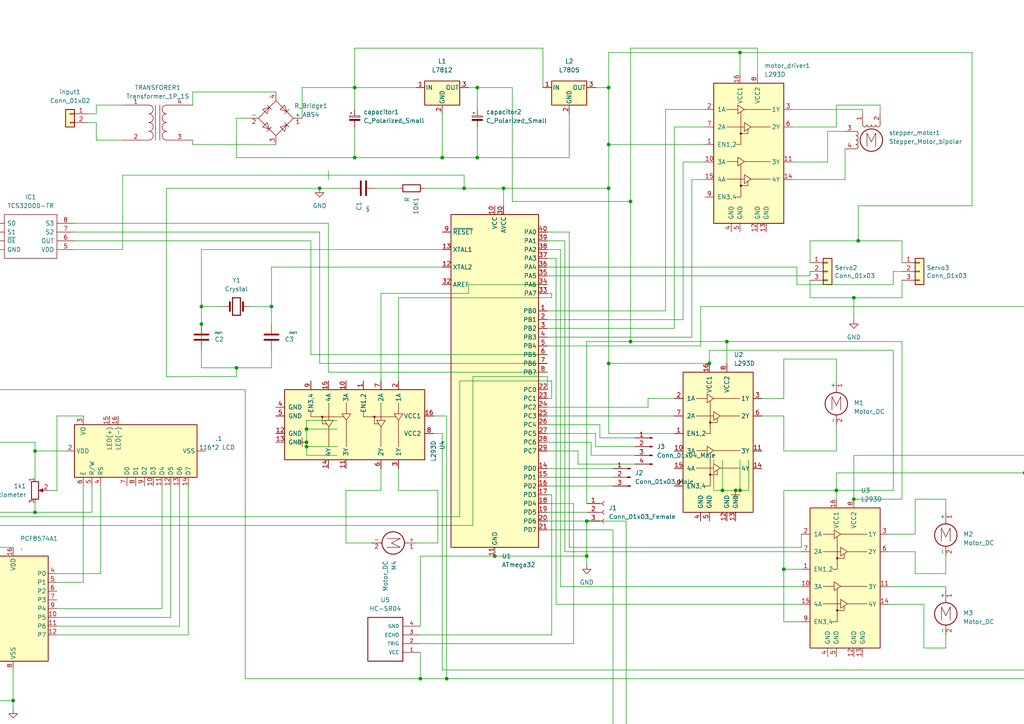
<source format=kicad_sch>
(kicad_sch (version 20211123) (generator eeschema)
  (paper "A4")
  (lib_symbols
    (symbol "Connector:Conn_01x03_Female" (pin_names (offset 1.016) hide)
      (property "Reference" "J" (at 0 5.08 0))
      (property "Value" "Conn_01x03_Female" (at 0 -5.08 0))
      (symbol "Conn_01x03_Female_1_1"
        (pin passive line (at -5.08 2.54 0) (length 3.81) (name "Pin_1") (number "1"))
        (pin passive line (at -5.08 0 0) (length 3.81) (name "Pin_2") (number "2"))
        (pin passive line (at -5.08 -2.54 0) (length 3.81) (name "Pin_3") (number "3"))
      )
    )
    (symbol "Connector:Conn_01x03_Male" (pin_names (offset 1.016) hide)
      (property "Reference" "J" (at 0 5.08 0))
      (property "Value" "Conn_01x03_Male" (at 0 -5.08 0))
      (symbol "Conn_01x03_Male_1_1"
        (pin passive line (at 5.08 2.54 180) (length 3.81) (name "Pin_1") (number "1"))
        (pin passive line (at 5.08 0 180) (length 3.81) (name "Pin_2") (number "2"))
        (pin passive line (at 5.08 -2.54 180) (length 3.81) (name "Pin_3") (number "3"))
      )
    )
    (symbol "Connector:Conn_01x04_Male" (pin_names (offset 1.016) hide)
      (property "Reference" "J" (at 0 5.08 0))
      (property "Value" "Conn_01x04_Male" (at 0 -7.62 0))
      (symbol "Conn_01x04_Male_1_1"
        (pin passive line (at 5.08 2.54 180) (length 3.81) (name "Pin_1") (number "1"))
        (pin passive line (at 5.08 0 180) (length 3.81) (name "Pin_2") (number "2"))
        (pin passive line (at 5.08 -2.54 180) (length 3.81) (name "Pin_3") (number "3"))
        (pin passive line (at 5.08 -5.08 180) (length 3.81) (name "Pin_4") (number "4"))
      )
    )
    (symbol "Connector_Generic:Conn_01x02" (pin_names (offset 1.016) hide)
      (property "Reference" "J" (at 0 2.54 0))
      (property "Value" "Conn_01x02" (at 0 -5.08 0))
      (symbol "Conn_01x02_1_1"
        (pin passive line (at -5.08 0 0) (length 3.81) (name "Pin_1") (number "1"))
        (pin passive line (at -5.08 -2.54 0) (length 3.81) (name "Pin_2") (number "2"))
      )
    )
    (symbol "Connector_Generic:Conn_01x03" (pin_names (offset 1.016) hide)
      (property "Reference" "J" (at 0 5.08 0))
      (property "Value" "Conn_01x03" (at 0 -5.08 0))
      (symbol "Conn_01x03_1_1"
        (pin passive line (at -5.08 2.54 0) (length 3.81) (name "Pin_1") (number "1"))
        (pin passive line (at -5.08 0 0) (length 3.81) (name "Pin_2") (number "2"))
        (pin passive line (at -5.08 -2.54 0) (length 3.81) (name "Pin_3") (number "3"))
      )
    )
    (symbol "Device:Buzzer" (pin_names (offset 0.0254) hide)
      (property "Reference" "BZ" (at 3.81 1.27 0))
      (property "Value" "Buzzer" (at 3.81 -1.27 0))
      (symbol "Buzzer_1_1"
        (pin passive line (at -2.54 2.54 0) (length 2.54) (name "-") (number "1"))
        (pin passive line (at -2.54 -2.54 0) (length 2.54) (name "+") (number "2"))
      )
    )
    (symbol "Device:C" (pin_numbers hide) (pin_names (offset 0.254))
      (property "Reference" "C" (at 0.635 2.54 0))
      (property "Value" "C" (at 0.635 -2.54 0))
      (symbol "C_1_1"
        (pin passive line (at 0 3.81 270) (length 2.794) (name "~") (number "1"))
        (pin passive line (at 0 -3.81 90) (length 2.794) (name "~") (number "2"))
      )
    )
    (symbol "Device:C_Polarized_Small" (pin_numbers hide) (pin_names (offset 0.254) hide)
      (property "Reference" "C" (at 0.254 1.778 0))
      (property "Value" "C_Polarized_Small" (at 0.254 -2.032 0))
      (symbol "C_Polarized_Small_1_1"
        (pin passive line (at 0 2.54 270) (length 1.8542) (name "~") (number "1"))
        (pin passive line (at 0 -2.54 90) (length 1.8542) (name "~") (number "2"))
      )
    )
    (symbol "Device:Crystal" (pin_numbers hide) (pin_names (offset 1.016) hide)
      (property "Reference" "Y" (at 0 3.81 0))
      (property "Value" "Crystal" (at 0 -3.81 0))
      (symbol "Crystal_1_1"
        (pin passive line (at -3.81 0 0) (length 1.27) (name "1") (number "1"))
        (pin passive line (at 3.81 0 180) (length 1.27) (name "2") (number "2"))
      )
    )
    (symbol "Device:LED" (pin_numbers hide) (pin_names (offset 1.016) hide)
      (property "Reference" "D" (at 0 2.54 0))
      (property "Value" "LED" (at 0 -2.54 0))
      (symbol "LED_1_1"
        (pin passive line (at -3.81 0 0) (length 2.54) (name "K") (number "1"))
        (pin passive line (at 3.81 0 180) (length 2.54) (name "A") (number "2"))
      )
    )
    (symbol "Device:R" (pin_numbers hide) (pin_names (offset 0))
      (property "Reference" "R" (at 2.032 0 90))
      (property "Value" "R" (at 0 0 90))
      (symbol "R_1_1"
        (pin passive line (at 0 3.81 270) (length 1.27) (name "~") (number "1"))
        (pin passive line (at 0 -3.81 90) (length 1.27) (name "~") (number "2"))
      )
    )
    (symbol "Device:R_Potentiometer" (pin_names (offset 1.016) hide)
      (property "Reference" "RV" (at -4.445 0 90))
      (property "Value" "R_Potentiometer" (at -2.54 0 90))
      (symbol "R_Potentiometer_1_1"
        (pin passive line (at 0 3.81 270) (length 1.27) (name "1") (number "1"))
        (pin passive line (at 3.81 0 180) (length 1.27) (name "2") (number "2"))
        (pin passive line (at 0 -3.81 90) (length 1.27) (name "3") (number "3"))
      )
    )
    (symbol "Device:Transformer_1P_1S" (pin_names (offset 1.016) hide)
      (property "Reference" "T" (at 0 6.35 0))
      (property "Value" "Transformer_1P_1S" (at 0 -7.62 0))
      (symbol "Transformer_1P_1S_1_1"
        (pin passive line (at -10.16 5.08 0) (length 7.62) (name "AA") (number "1"))
        (pin passive line (at -10.16 -5.08 0) (length 7.62) (name "AB") (number "2"))
        (pin passive line (at 10.16 -5.08 180) (length 7.62) (name "SA") (number "3"))
        (pin passive line (at 10.16 5.08 180) (length 7.62) (name "SB") (number "4"))
      )
    )
    (symbol "Diode_Bridge:ABS4" (pin_names (offset 0))
      (property "Reference" "D" (at 2.54 6.985 0))
      (property "Value" "ABS4" (at 2.54 5.08 0))
      (symbol "ABS4_1_1"
        (pin passive line (at 7.62 0 180) (length 2.54) (name "+") (number "1"))
        (pin passive line (at -7.62 0 0) (length 2.54) (name "-") (number "2"))
        (pin passive line (at 0 -7.62 90) (length 2.54) (name "~") (number "3"))
        (pin passive line (at 0 7.62 270) (length 2.54) (name "~") (number "4"))
      )
    )
    (symbol "Display_Character:WC1602A"
      (property "Reference" "DS" (at -5.842 19.05 0))
      (property "Value" "WC1602A" (at 5.334 19.05 0))
      (symbol "WC1602A_1_1"
        (pin power_in line (at 0 -20.32 90) (length 2.54) (name "VSS") (number "1"))
        (pin input line (at -10.16 -5.08 0) (length 2.54) (name "D3") (number "10"))
        (pin input line (at -10.16 -7.62 0) (length 2.54) (name "D4") (number "11"))
        (pin input line (at -10.16 -10.16 0) (length 2.54) (name "D5") (number "12"))
        (pin input line (at -10.16 -12.7 0) (length 2.54) (name "D6") (number "13"))
        (pin input line (at -10.16 -15.24 0) (length 2.54) (name "D7") (number "14"))
        (pin power_in line (at 10.16 7.62 180) (length 2.54) (name "LED(+)") (number "15"))
        (pin power_in line (at 10.16 5.08 180) (length 2.54) (name "LED(-)") (number "16"))
        (pin power_in line (at 0 20.32 270) (length 2.54) (name "VDD") (number "2"))
        (pin input line (at 10.16 15.24 180) (length 2.54) (name "VO") (number "3"))
        (pin input line (at -10.16 10.16 0) (length 2.54) (name "RS") (number "4"))
        (pin input line (at -10.16 12.7 0) (length 2.54) (name "R/W") (number "5"))
        (pin input line (at -10.16 15.24 0) (length 2.54) (name "E") (number "6"))
        (pin input line (at -10.16 2.54 0) (length 2.54) (name "D0") (number "7"))
        (pin input line (at -10.16 0 0) (length 2.54) (name "D1") (number "8"))
        (pin input line (at -10.16 -2.54 0) (length 2.54) (name "D2") (number "9"))
      )
    )
    (symbol "Driver_Motor:L293D" (pin_names (offset 1.016))
      (property "Reference" "U" (at -5.08 26.035 0))
      (property "Value" "L293D" (at -5.08 24.13 0))
      (symbol "L293D_1_1"
        (pin input line (at -12.7 5.08 0) (length 2.54) (name "EN1,2") (number "1"))
        (pin input line (at -12.7 0 0) (length 2.54) (name "3A") (number "10"))
        (pin output line (at 12.7 0 180) (length 2.54) (name "3Y") (number "11"))
        (pin power_in line (at 2.54 -20.32 90) (length 2.54) (name "GND") (number "12"))
        (pin power_in line (at 5.08 -20.32 90) (length 2.54) (name "GND") (number "13"))
        (pin output line (at 12.7 -5.08 180) (length 2.54) (name "4Y") (number "14"))
        (pin input line (at -12.7 -5.08 0) (length 2.54) (name "4A") (number "15"))
        (pin power_in line (at -2.54 25.4 270) (length 2.54) (name "VCC1") (number "16"))
        (pin input line (at -12.7 15.24 0) (length 2.54) (name "1A") (number "2"))
        (pin output line (at 12.7 15.24 180) (length 2.54) (name "1Y") (number "3"))
        (pin power_in line (at -5.08 -20.32 90) (length 2.54) (name "GND") (number "4"))
        (pin power_in line (at -2.54 -20.32 90) (length 2.54) (name "GND") (number "5"))
        (pin output line (at 12.7 10.16 180) (length 2.54) (name "2Y") (number "6"))
        (pin input line (at -12.7 10.16 0) (length 2.54) (name "2A") (number "7"))
        (pin power_in line (at 2.54 25.4 270) (length 2.54) (name "VCC2") (number "8"))
        (pin input line (at -12.7 -10.16 0) (length 2.54) (name "EN3,4") (number "9"))
      )
    )
    (symbol "HC-SR04:HC-SR04" (pin_names (offset 1.016))
      (property "Reference" "U" (at 0 5.08 0))
      (property "Value" "HC-SR04" (at 0 -10.16 0))
      (symbol "HC-SR04_0_0"
        (pin power_in line (at -5.08 2.54 0) (length 5.08) (name "VCC") (number "1"))
        (pin bidirectional line (at -5.08 0 0) (length 5.08) (name "TRIG") (number "2"))
        (pin bidirectional line (at -5.08 -2.54 0) (length 5.08) (name "ECHO") (number "3"))
        (pin power_in line (at -5.08 -5.08 0) (length 5.08) (name "GND") (number "4"))
      )
    )
    (symbol "Interface_Expansion:PCF8574A"
      (property "Reference" "U" (at -8.89 16.51 0))
      (property "Value" "PCF8574A" (at 2.54 16.51 0))
      (symbol "PCF8574A_1_1"
        (pin input line (at -12.7 2.54 0) (length 2.54) (name "A0") (number "1"))
        (pin bidirectional line (at 12.7 -2.54 180) (length 2.54) (name "P5") (number "10"))
        (pin bidirectional line (at 12.7 -5.08 180) (length 2.54) (name "P6") (number "11"))
        (pin bidirectional line (at 12.7 -7.62 180) (length 2.54) (name "P7") (number "12"))
        (pin open_collector output_low (at -12.7 -10.16 0) (length 2.54) (name "~{INT}") (number "13"))
        (pin input line (at -12.7 10.16 0) (length 2.54) (name "SCL") (number "14"))
        (pin bidirectional line (at -12.7 7.62 0) (length 2.54) (name "SDA") (number "15"))
        (pin power_in line (at 0 17.78 270) (length 2.54) (name "VDD") (number "16"))
        (pin input line (at -12.7 0 0) (length 2.54) (name "A1") (number "2"))
        (pin input line (at -12.7 -2.54 0) (length 2.54) (name "A2") (number "3"))
        (pin bidirectional line (at 12.7 10.16 180) (length 2.54) (name "P0") (number "4"))
        (pin bidirectional line (at 12.7 7.62 180) (length 2.54) (name "P1") (number "5"))
        (pin bidirectional line (at 12.7 5.08 180) (length 2.54) (name "P2") (number "6"))
        (pin bidirectional line (at 12.7 2.54 180) (length 2.54) (name "P3") (number "7"))
        (pin power_in line (at 0 -17.78 90) (length 2.54) (name "VSS") (number "8"))
        (pin bidirectional line (at 12.7 0 180) (length 2.54) (name "P4") (number "9"))
      )
    )
    (symbol "MCU_Microchip_ATmega:ATmega32-16P"
      (property "Reference" "U" (at -12.7 49.53 0))
      (property "Value" "ATmega32-16P" (at 2.54 -49.53 0))
      (symbol "ATmega32-16P_1_1"
        (pin bidirectional line (at 15.24 20.32 180) (length 2.54) (name "PB0") (number "1"))
        (pin power_in line (at 0 50.8 270) (length 2.54) (name "VCC") (number "10"))
        (pin power_in line (at 0 -50.8 90) (length 2.54) (name "GND") (number "11"))
        (pin output line (at -15.24 33.02 0) (length 2.54) (name "XTAL2") (number "12"))
        (pin input line (at -15.24 38.1 0) (length 2.54) (name "XTAL1") (number "13"))
        (pin bidirectional line (at 15.24 -25.4 180) (length 2.54) (name "PD0") (number "14"))
        (pin bidirectional line (at 15.24 -27.94 180) (length 2.54) (name "PD1") (number "15"))
        (pin bidirectional line (at 15.24 -30.48 180) (length 2.54) (name "PD2") (number "16"))
        (pin bidirectional line (at 15.24 -33.02 180) (length 2.54) (name "PD3") (number "17"))
        (pin bidirectional line (at 15.24 -35.56 180) (length 2.54) (name "PD4") (number "18"))
        (pin bidirectional line (at 15.24 -38.1 180) (length 2.54) (name "PD5") (number "19"))
        (pin bidirectional line (at 15.24 17.78 180) (length 2.54) (name "PB1") (number "2"))
        (pin bidirectional line (at 15.24 -40.64 180) (length 2.54) (name "PD6") (number "20"))
        (pin bidirectional line (at 15.24 -43.18 180) (length 2.54) (name "PD7") (number "21"))
        (pin bidirectional line (at 15.24 -2.54 180) (length 2.54) (name "PC0") (number "22"))
        (pin bidirectional line (at 15.24 -5.08 180) (length 2.54) (name "PC1") (number "23"))
        (pin bidirectional line (at 15.24 -7.62 180) (length 2.54) (name "PC2") (number "24"))
        (pin bidirectional line (at 15.24 -10.16 180) (length 2.54) (name "PC3") (number "25"))
        (pin bidirectional line (at 15.24 -12.7 180) (length 2.54) (name "PC4") (number "26"))
        (pin bidirectional line (at 15.24 -15.24 180) (length 2.54) (name "PC5") (number "27"))
        (pin bidirectional line (at 15.24 -17.78 180) (length 2.54) (name "PC6") (number "28"))
        (pin bidirectional line (at 15.24 -20.32 180) (length 2.54) (name "PC7") (number "29"))
        (pin bidirectional line (at 15.24 15.24 180) (length 2.54) (name "PB2") (number "3"))
        (pin power_in line (at 2.54 50.8 270) (length 2.54) (name "AVCC") (number "30"))
        (pin passive line (at 0 -50.8 90) (length 2.54) hide (name "GND") (number "31"))
        (pin passive line (at -15.24 27.94 0) (length 2.54) (name "AREF") (number "32"))
        (pin bidirectional line (at 15.24 25.4 180) (length 2.54) (name "PA7") (number "33"))
        (pin bidirectional line (at 15.24 27.94 180) (length 2.54) (name "PA6") (number "34"))
        (pin bidirectional line (at 15.24 30.48 180) (length 2.54) (name "PA5") (number "35"))
        (pin bidirectional line (at 15.24 33.02 180) (length 2.54) (name "PA4") (number "36"))
        (pin bidirectional line (at 15.24 35.56 180) (length 2.54) (name "PA3") (number "37"))
        (pin bidirectional line (at 15.24 38.1 180) (length 2.54) (name "PA2") (number "38"))
        (pin bidirectional line (at 15.24 40.64 180) (length 2.54) (name "PA1") (number "39"))
        (pin bidirectional line (at 15.24 12.7 180) (length 2.54) (name "PB3") (number "4"))
        (pin bidirectional line (at 15.24 43.18 180) (length 2.54) (name "PA0") (number "40"))
        (pin bidirectional line (at 15.24 10.16 180) (length 2.54) (name "PB4") (number "5"))
        (pin bidirectional line (at 15.24 7.62 180) (length 2.54) (name "PB5") (number "6"))
        (pin bidirectional line (at 15.24 5.08 180) (length 2.54) (name "PB6") (number "7"))
        (pin bidirectional line (at 15.24 2.54 180) (length 2.54) (name "PB7") (number "8"))
        (pin input line (at -15.24 43.18 0) (length 2.54) (name "~{RESET}") (number "9"))
      )
    )
    (symbol "Motor:Motor_DC" (pin_names (offset 0))
      (property "Reference" "M" (at 2.54 2.54 0))
      (property "Value" "Motor_DC" (at 2.54 -5.08 0))
      (symbol "Motor_DC_1_1"
        (pin passive line (at 0 5.08 270) (length 2.54) (name "+") (number "1"))
        (pin passive line (at 0 -7.62 90) (length 2.54) (name "-") (number "2"))
      )
    )
    (symbol "Motor:Stepper_Motor_bipolar" (pin_names (offset 0) hide)
      (property "Reference" "M" (at 3.81 2.54 0))
      (property "Value" "Stepper_Motor_bipolar" (at 3.81 1.27 0))
      (symbol "Stepper_Motor_bipolar_1_1"
        (pin passive line (at -2.54 7.62 270) (length 2.54) (name "~") (number "1"))
        (pin passive line (at 2.54 7.62 270) (length 2.54) (name "-") (number "2"))
        (pin passive line (at -7.62 2.54 0) (length 2.54) (name "~") (number "3"))
        (pin passive line (at -7.62 -2.54 0) (length 2.54) (name "~") (number "4"))
      )
    )
    (symbol "Regulator_Linear:L7805" (pin_names (offset 0.254))
      (property "Reference" "U" (at -3.81 3.175 0))
      (property "Value" "L7805" (at 0 3.175 0))
      (symbol "L7805_1_1"
        (pin power_in line (at -7.62 0 0) (length 2.54) (name "IN") (number "1"))
        (pin power_in line (at 0 -7.62 90) (length 2.54) (name "GND") (number "2"))
        (pin power_out line (at 7.62 0 180) (length 2.54) (name "OUT") (number "3"))
      )
    )
    (symbol "Regulator_Linear:L7812" (pin_names (offset 0.254))
      (property "Reference" "U" (at -3.81 3.175 0))
      (property "Value" "L7812" (at 0 3.175 0))
      (symbol "L7812_1_1"
        (pin power_in line (at -7.62 0 0) (length 2.54) (name "IN") (number "1"))
        (pin power_in line (at 0 -7.62 90) (length 2.54) (name "GND") (number "2"))
        (pin power_out line (at 7.62 0 180) (length 2.54) (name "OUT") (number "3"))
      )
    )
    (symbol "TCS3200D-TR:TCS3200D-TR" (pin_names (offset 0.762))
      (property "Reference" "IC" (at 21.59 7.62 0))
      (property "Value" "TCS3200D-TR" (at 21.59 5.08 0))
      (symbol "TCS3200D-TR_0_0"
        (pin passive line (at 0 0 0) (length 5.08) (name "S0") (number "1"))
        (pin passive line (at 0 -2.54 0) (length 5.08) (name "S1") (number "2"))
        (pin passive line (at 0 -5.08 0) (length 5.08) (name "~{OE}") (number "3"))
        (pin passive line (at 0 -7.62 0) (length 5.08) (name "GND") (number "4"))
        (pin passive line (at 25.4 -7.62 180) (length 5.08) (name "VDD") (number "5"))
        (pin passive line (at 25.4 -5.08 180) (length 5.08) (name "OUT") (number "6"))
        (pin passive line (at 25.4 -2.54 180) (length 5.08) (name "S2") (number "7"))
        (pin passive line (at 25.4 0 180) (length 5.08) (name "S3") (number "8"))
      )
    )
    (symbol "Transistor_BJT:2N2219" (pin_names (offset 0) hide)
      (property "Reference" "Q" (at 5.08 1.905 0))
      (property "Value" "2N2219" (at 5.08 0 0))
      (symbol "2N2219_1_1"
        (pin passive line (at 2.54 -5.08 90) (length 2.54) (name "E") (number "1"))
        (pin passive line (at -5.08 0 0) (length 5.715) (name "B") (number "2"))
        (pin passive line (at 2.54 5.08 270) (length 2.54) (name "C") (number "3"))
      )
    )
    (symbol "power:Earth" (power) (pin_names (offset 0))
      (symbol "Earth_1_1"
        (pin power_in line (at 0 0 270) (length 0) hide (name "Earth") (number "1"))
      )
    )
    (symbol "power:GND" (power) (pin_names (offset 0))
      (property "Value" "GND" (at 0 -3.81 0))
      (symbol "GND_1_1"
        (pin power_in line (at 0 0 270) (length 0) hide (name "GND") (number "1"))
      )
    )
  )
  (junction (at 121.92 196.85))
  (junction (at 92.71 54.61))
  (junction (at 170.18 161.29))
  (junction (at -3.81 72.39))
  (junction (at 182.88 99.06))
  (junction (at 146.05 54.61))
  (junction (at 176.53 41.91))
  (junction (at 88.9 124.46))
  (junction (at 143.51 161.29))
  (junction (at -15.24 176.53))
  (junction (at 205.74 105.41))
  (junction (at 247.65 86.36))
  (junction (at 214.63 142.24))
  (junction (at 209.55 142.24))
  (junction (at 58.42 93.98))
  (junction (at 102.87 45.72))
  (junction (at 210.82 99.06))
  (junction (at 176.53 105.41))
  (junction (at 129.54 196.85))
  (junction (at 331.47 87.63))
  (junction (at -15.24 203.2))
  (junction (at 176.53 25.4))
  (junction (at 102.87 25.4))
  (junction (at -10.16 128.27))
  (junction (at 88.9 128.27))
  (junction (at 248.92 69.85))
  (junction (at 227.33 165.1))
  (junction (at 10.16 148.59))
  (junction (at 68.58 106.68))
  (junction (at 182.88 58.42))
  (junction (at 138.43 25.4))
  (junction (at 58.42 88.9))
  (junction (at 176.53 54.61))
  (junction (at 134.62 54.61))
  (junction (at 323.85 60.96))
  (junction (at 3.81 203.2))
  (junction (at -15.24 179.07))
  (junction (at 349.25 49.53))
  (junction (at 297.18 137.16))
  (junction (at 318.77 16.51))
  (junction (at 88.9 129.54))
  (junction (at 138.43 45.72))
  (junction (at 214.63 15.24))
  (junction (at 247.65 144.78))
  (junction (at 170.18 151.13))
  (junction (at -10.16 148.59))
  (junction (at 242.57 142.24))
  (junction (at 213.36 142.24))
  (junction (at 78.74 88.9))
  (junction (at 10.16 130.81))
  (junction (at 128.27 45.72))
  (wire (pts (xy 265.43 160.02) (xy 265.43 166.37)))
  (wire (pts (xy 129.54 120.65) (xy 125.73 120.65)))
  (wire (pts (xy 58.42 101.6) (xy 58.42 106.68)))
  (wire (pts (xy 133.35 110.49) (xy 133.35 149.86)))
  (wire (pts (xy 143.51 161.29) (xy 170.18 161.29)))
  (wire (pts (xy 176.53 125.73) (xy 176.53 105.41)))
  (wire (pts (xy 318.77 16.51) (xy 318.77 34.29)))
  (wire (pts (xy 138.43 25.4) (xy 148.59 25.4)))
  (wire (pts (xy 102.87 45.72) (xy 128.27 45.72)))
  (wire (pts (xy 193.04 31.75) (xy 204.47 31.75)))
  (wire (pts (xy 54.61 140.97) (xy 54.61 184.15)))
  (wire (pts (xy 160.02 85.09) (xy 160.02 86.36)))
  (wire (pts (xy 217.17 142.24) (xy 214.63 142.24)))
  (wire (pts (xy 193.04 90.17) (xy 193.04 31.75)))
  (wire (pts (xy -15.24 203.2) (xy 3.81 203.2)))
  (wire (pts (xy 232.41 170.18) (xy 162.56 170.18)))
  (wire (pts (xy 133.35 149.86) (xy -22.86 149.86)))
  (wire (pts (xy 158.75 138.43) (xy 177.8 138.43)))
  (wire (pts (xy 257.81 154.94) (xy 265.43 154.94)))
  (wire (pts (xy 97.79 129.54) (xy 88.9 129.54)))
  (wire (pts (xy 318.77 49.53) (xy 349.25 49.53)))
  (wire (pts (xy 265.43 166.37) (xy 274.32 166.37)))
  (wire (pts (xy 200.66 52.07) (xy 200.66 97.79)))
  (wire (pts (xy 259.08 142.24) (xy 242.57 142.24)))
  (wire (pts (xy 110.49 85.09) (xy 110.49 110.49)))
  (wire (pts (xy 121.92 181.61) (xy 121.92 161.29)))
  (wire (pts (xy 158.75 100.33) (xy 203.2 100.33)))
  (wire (pts (xy 3.81 158.75) (xy -10.16 158.75)))
  (wire (pts (xy 128.27 194.31) (xy 128.27 125.73)))
  (wire (pts (xy 227.33 165.1) (xy 232.41 165.1)))
  (wire (pts (xy 123.19 54.61) (xy 134.62 54.61)))
  (wire (pts (xy 138.43 45.72) (xy 165.1 45.72)))
  (wire (pts (xy 10.16 130.81) (xy 19.05 130.81)))
  (wire (pts (xy 308.61 196.85) (xy 129.54 196.85)))
  (wire (pts (xy 187.96 118.11) (xy 187.96 115.57)))
  (wire (pts (xy 323.85 60.96) (xy 332.74 60.96)))
  (wire (pts (xy 137.16 152.4) (xy -20.32 152.4)))
  (wire (pts (xy 259.08 78.74) (xy 261.62 78.74)))
  (wire (pts (xy 95.25 52.07) (xy 95.25 49.53)))
  (wire (pts (xy 231.14 77.47) (xy 231.14 82.55)))
  (wire (pts (xy 88.9 121.92) (xy 88.9 124.46)))
  (wire (pts (xy 281.94 59.69) (xy 248.92 59.69)))
  (wire (pts (xy 227.33 142.24) (xy 227.33 165.1)))
  (wire (pts (xy 72.39 88.9) (xy 78.74 88.9)))
  (wire (pts (xy 16.51 120.65) (xy 16.51 142.24)))
  (wire (pts (xy 102.87 25.4) (xy 87.63 25.4)))
  (wire (pts (xy 234.95 76.2) (xy 234.95 69.85)))
  (wire (pts (xy 115.57 142.24) (xy 127 142.24)))
  (wire (pts (xy -22.86 149.86) (xy -22.86 168.91)))
  (wire (pts (xy 27.94 40.64) (xy 35.56 40.64)))
  (wire (pts (xy -3.81 72.39) (xy -34.29 72.39)))
  (wire (pts (xy 134.62 50.8) (xy 35.56 50.8)))
  (wire (pts (xy 134.62 54.61) (xy 134.62 50.8)))
  (wire (pts (xy -10.16 148.59) (xy -10.16 128.27)))
  (wire (pts (xy 97.79 132.08) (xy 88.9 132.08)))
  (wire (pts (xy 259.08 101.6) (xy 259.08 142.24)))
  (wire (pts (xy 16.51 168.91) (xy 24.13 168.91)))
  (wire (pts (xy 248.92 59.69) (xy 248.92 69.85)))
  (wire (pts (xy 158.75 120.65) (xy 195.58 120.65)))
  (wire (pts (xy 68.58 106.68) (xy 78.74 106.68)))
  (wire (pts (xy 97.79 124.46) (xy 88.9 124.46)))
  (wire (pts (xy 245.11 52.07) (xy 245.11 43.18)))
  (wire (pts (xy 250.19 31.75) (xy 250.19 33.02)))
  (wire (pts (xy 227.33 180.34) (xy 227.33 165.1)))
  (wire (pts (xy 100.33 142.24) (xy 100.33 157.48)))
  (wire (pts (xy 137.16 109.22) (xy 137.16 152.4)))
  (wire (pts (xy -3.81 64.77) (xy -45.72 64.77)))
  (wire (pts (xy 58.42 88.9) (xy 64.77 88.9)))
  (wire (pts (xy 158.75 102.87) (xy 90.17 102.87)))
  (wire (pts (xy 115.57 86.36) (xy 115.57 110.49)))
  (wire (pts (xy 162.56 72.39) (xy 158.75 72.39)))
  (wire (pts (xy 46.99 140.97) (xy 46.99 176.53)))
  (wire (pts (xy 165.1 33.02) (xy 165.1 45.72)))
  (wire (pts (xy 267.97 187.96) (xy 274.32 187.96)))
  (wire (pts (xy 209.55 142.24) (xy 213.36 142.24)))
  (wire (pts (xy 176.53 54.61) (xy 176.53 105.41)))
  (wire (pts (xy 163.83 69.85) (xy 158.75 69.85)))
  (wire (pts (xy -10.16 128.27) (xy 10.16 128.27)))
  (wire (pts (xy -15.24 176.53) (xy -8.89 176.53)))
  (wire (pts (xy 25.4 35.56) (xy 27.94 35.56)))
  (wire (pts (xy 323.85 72.39) (xy 323.85 60.96)))
  (wire (pts (xy 209.55 133.35) (xy 209.55 142.24)))
  (wire (pts (xy 318.77 16.51) (xy 349.25 16.51)))
  (wire (pts (xy 24.13 168.91) (xy 24.13 140.97)))
  (wire (pts (xy 167.64 134.62) (xy 184.15 134.62)))
  (wire (pts (xy -20.32 152.4) (xy -20.32 166.37)))
  (wire (pts (xy 97.79 121.92) (xy 88.9 121.92)))
  (wire (pts (xy 165.1 67.31) (xy 158.75 67.31)))
  (wire (pts (xy 162.56 170.18) (xy 162.56 72.39)))
  (wire (pts (xy 102.87 13.97) (xy 102.87 25.4)))
  (wire (pts (xy -15.24 179.07) (xy -8.89 179.07)))
  (wire (pts (xy 274.32 170.18) (xy 274.32 171.45)))
  (wire (pts (xy 78.74 88.9) (xy 78.74 77.47)))
  (wire (pts (xy 205.74 101.6) (xy 259.08 101.6)))
  (wire (pts (xy 182.88 58.42) (xy 182.88 13.97)))
  (wire (pts (xy -40.64 67.31) (xy -40.64 214.63)))
  (wire (pts (xy 58.42 88.9) (xy 58.42 93.98)))
  (wire (pts (xy 78.74 88.9) (xy 78.74 93.98)))
  (wire (pts (xy 205.74 105.41) (xy 205.74 101.6)))
  (wire (pts (xy 265.43 154.94) (xy 265.43 144.78)))
  (wire (pts (xy 182.88 13.97) (xy 219.71 13.97)))
  (wire (pts (xy 261.62 86.36) (xy 261.62 81.28)))
  (wire (pts (xy 255.27 30.48) (xy 255.27 33.02)))
  (wire (pts (xy 58.42 100.33) (xy 58.42 93.98)))
  (wire (pts (xy 68.58 45.72) (xy 102.87 45.72)))
  (wire (pts (xy 176.53 41.91) (xy 176.53 54.61)))
  (wire (pts (xy 25.4 33.02) (xy 27.94 33.02)))
  (wire (pts (xy 158.75 140.97) (xy 177.8 140.97)))
  (wire (pts (xy 158.75 143.51) (xy 160.02 143.51)))
  (wire (pts (xy 90.17 102.87) (xy 90.17 69.85)))
  (wire (pts (xy 227.33 130.81) (xy 242.57 130.81)))
  (wire (pts (xy 274.32 187.96) (xy 274.32 184.15)))
  (wire (pts (xy 181.61 151.13) (xy 170.18 151.13)))
  (wire (pts (xy 171.45 128.27) (xy 171.45 132.08)))
  (wire (pts (xy 257.81 175.26) (xy 267.97 175.26)))
  (wire (pts (xy 308.61 137.16) (xy 308.61 196.85)))
  (wire (pts (xy 95.25 107.95) (xy 95.25 64.77)))
  (wire (pts (xy 158.75 130.81) (xy 167.64 130.81)))
  (wire (pts (xy 158.75 105.41) (xy 92.71 105.41)))
  (wire (pts (xy 304.8 194.31) (xy 128.27 194.31)))
  (wire (pts (xy 274.32 144.78) (xy 274.32 148.59)))
  (wire (pts (xy 68.58 109.22) (xy 48.26 109.22)))
  (wire (pts (xy -15.24 176.53) (xy -15.24 179.07)))
  (wire (pts (xy 170.18 151.13) (xy 170.18 161.29)))
  (wire (pts (xy 261.62 144.78) (xy 247.65 144.78)))
  (wire (pts (xy 229.87 31.75) (xy 250.19 31.75)))
  (wire (pts (xy 55.88 26.67) (xy 80.01 26.67)))
  (wire (pts (xy 157.48 25.4) (xy 157.48 13.97)))
  (wire (pts (xy 87.63 25.4) (xy 87.63 34.29)))
  (wire (pts (xy 203.2 88.9) (xy 302.26 88.9)))
  (wire (pts (xy 158.75 115.57) (xy 160.02 115.57)))
  (wire (pts (xy 107.95 157.48) (xy 100.33 157.48)))
  (wire (pts (xy 158.75 125.73) (xy 172.72 125.73)))
  (wire (pts (xy -45.72 220.98) (xy 181.61 220.98)))
  (wire (pts (xy 92.71 67.31) (xy 21.59 67.31)))
  (wire (pts (xy 248.92 69.85) (xy 261.62 69.85)))
  (wire (pts (xy 297.18 16.51) (xy 318.77 16.51)))
  (wire (pts (xy 240.03 38.1) (xy 245.11 38.1)))
  (wire (pts (xy -10.16 113.03) (xy -10.16 128.27)))
  (wire (pts (xy 163.83 160.02) (xy 163.83 69.85)))
  (wire (pts (xy 261.62 99.06) (xy 261.62 144.78)))
  (wire (pts (xy 128.27 45.72) (xy 138.43 45.72)))
  (wire (pts (xy 68.58 45.72) (xy 68.58 34.29)))
  (wire (pts (xy 182.88 99.06) (xy 210.82 99.06)))
  (wire (pts (xy -15.24 173.99) (xy -15.24 176.53)))
  (wire (pts (xy 121.92 184.15) (xy 160.02 184.15)))
  (wire (pts (xy 265.43 144.78) (xy 274.32 144.78)))
  (wire (pts (xy 71.12 196.85) (xy 71.12 113.03)))
  (wire (pts (xy 200.66 97.79) (xy 158.75 97.79)))
  (wire (pts (xy 92.71 105.41) (xy 92.71 67.31)))
  (wire (pts (xy 257.81 160.02) (xy 265.43 160.02)))
  (wire (pts (xy 158.75 92.71) (xy 198.12 92.71)))
  (wire (pts (xy -22.86 168.91) (xy -8.89 168.91)))
  (wire (pts (xy -34.29 72.39) (xy -34.29 203.2)))
  (wire (pts (xy 158.75 118.11) (xy 187.96 118.11)))
  (wire (pts (xy 29.21 166.37) (xy 29.21 140.97)))
  (wire (pts (xy 27.94 35.56) (xy 27.94 40.64)))
  (wire (pts (xy 242.57 137.16) (xy 297.18 137.16)))
  (wire (pts (xy 135.89 82.55) (xy 135.89 85.09)))
  (wire (pts (xy 95.25 64.77) (xy 21.59 64.77)))
  (wire (pts (xy 242.57 30.48) (xy 255.27 30.48)))
  (wire (pts (xy 46.99 176.53) (xy 16.51 176.53)))
  (wire (pts (xy 242.57 142.24) (xy 227.33 142.24)))
  (wire (pts (xy 173.99 127) (xy 184.15 127)))
  (wire (pts (xy 138.43 25.4) (xy 138.43 31.75)))
  (wire (pts (xy 204.47 46.99) (xy 198.12 46.99)))
  (wire (pts (xy 302.26 88.9) (xy 302.26 78.74)))
  (wire (pts (xy 146.05 54.61) (xy 146.05 59.69)))
  (wire (pts (xy 161.29 175.26) (xy 232.41 175.26)))
  (wire (pts (xy 323.85 87.63) (xy 323.85 80.01)))
  (wire (pts (xy -15.24 179.07) (xy -15.24 203.2)))
  (wire (pts (xy 267.97 175.26) (xy 267.97 187.96)))
  (wire (pts (xy 90.17 69.85) (xy 21.59 69.85)))
  (wire (pts (xy 128.27 33.02) (xy 128.27 45.72)))
  (wire (pts (xy 170.18 161.29) (xy 170.18 163.83)))
  (wire (pts (xy 88.9 124.46) (xy 88.9 128.27)))
  (wire (pts (xy 160.02 143.51) (xy 160.02 184.15)))
  (wire (pts (xy 170.18 151.13) (xy 158.75 151.13)))
  (wire (pts (xy 227.33 115.57) (xy 227.33 104.14)))
  (wire (pts (xy 52.07 181.61) (xy 52.07 140.97)))
  (wire (pts (xy 158.75 107.95) (xy 95.25 107.95)))
  (wire (pts (xy 158.75 146.05) (xy 166.37 146.05)))
  (wire (pts (xy 247.65 144.78) (xy 247.65 132.08)))
  (wire (pts (xy 10.16 130.81) (xy 10.16 138.43)))
  (wire (pts (xy -3.81 69.85) (xy -3.81 72.39)))
  (wire (pts (xy 166.37 186.69) (xy 166.37 146.05)))
  (wire (pts (xy 240.03 46.99) (xy 240.03 38.1)))
  (wire (pts (xy 92.71 54.61) (xy 101.6 54.61)))
  (wire (pts (xy 229.87 46.99) (xy 240.03 46.99)))
  (wire (pts (xy 115.57 135.89) (xy 115.57 142.24)))
  (wire (pts (xy 48.26 109.22) (xy 48.26 54.61)))
  (wire (pts (xy 165.1 158.75) (xy 165.1 67.31)))
  (wire (pts (xy 135.89 85.09) (xy 110.49 85.09)))
  (wire (pts (xy 313.69 60.96) (xy 323.85 60.96)))
  (wire (pts (xy 182.88 99.06) (xy 170.18 99.06)))
  (wire (pts (xy 3.81 194.31) (xy 3.81 203.2)))
  (wire (pts (xy 158.75 90.17) (xy 193.04 90.17)))
  (wire (pts (xy 55.88 30.48) (xy 55.88 26.67)))
  (wire (pts (xy 340.36 66.04) (xy 340.36 87.63)))
  (wire (pts (xy 58.42 88.9) (xy 58.42 72.39)))
  (wire (pts (xy 234.95 81.28) (xy 234.95 86.36)))
  (wire (pts (xy 210.82 99.06) (xy 210.82 105.41)))
  (wire (pts (xy -10.16 148.59) (xy 10.16 148.59)))
  (wire (pts (xy 350.52 49.53) (xy 349.25 49.53)))
  (wire (pts (xy 161.29 175.26) (xy 161.29 74.93)))
  (wire (pts (xy 232.41 180.34) (xy 227.33 180.34)))
  (wire (pts (xy 88.9 129.54) (xy 88.9 128.27)))
  (wire (pts (xy 171.45 132.08) (xy 184.15 132.08)))
  (wire (pts (xy 176.53 25.4) (xy 176.53 15.24)))
  (wire (pts (xy 229.87 36.83) (xy 242.57 36.83)))
  (wire (pts (xy 127 157.48) (xy 120.65 157.48)))
  (wire (pts (xy 207.01 142.24) (xy 209.55 142.24)))
  (wire (pts (xy 16.51 166.37) (xy 29.21 166.37)))
  (wire (pts (xy 160.02 110.49) (xy 133.35 110.49)))
  (wire (pts (xy -34.29 203.2) (xy -15.24 203.2)))
  (wire (pts (xy 231.14 82.55) (xy 259.08 82.55)))
  (wire (pts (xy 204.47 52.07) (xy 200.66 52.07)))
  (wire (pts (xy 27.94 33.02) (xy 27.94 30.48)))
  (wire (pts (xy 158.75 148.59) (xy 170.18 148.59)))
  (wire (pts (xy 214.63 133.35) (xy 214.63 142.24)))
  (wire (pts (xy 158.75 85.09) (xy 160.02 85.09)))
  (wire (pts (xy 242.57 142.24) (xy 242.57 144.78)))
  (wire (pts (xy 135.89 25.4) (xy 138.43 25.4)))
  (wire (pts (xy 68.58 106.68) (xy 68.58 109.22)))
  (wire (pts (xy 210.82 99.06) (xy 261.62 99.06)))
  (wire (pts (xy 24.13 120.65) (xy 16.51 120.65)))
  (wire (pts (xy 229.87 52.07) (xy 245.11 52.07)))
  (wire (pts (xy 134.62 54.61) (xy 146.05 54.61)))
  (wire (pts (xy 129.54 196.85) (xy 129.54 120.65)))
  (wire (pts (xy 10.16 128.27) (xy 10.16 130.81)))
  (wire (pts (xy 3.81 203.2) (xy 3.81 205.74)))
  (wire (pts (xy 219.71 13.97) (xy 219.71 21.59)))
  (wire (pts (xy 242.57 104.14) (xy 242.57 110.49)))
  (wire (pts (xy 78.74 77.47) (xy 128.27 77.47)))
  (wire (pts (xy 340.36 54.61) (xy 349.25 54.61)))
  (wire (pts (xy 318.77 41.91) (xy 318.77 49.53)))
  (wire (pts (xy 187.96 115.57) (xy 195.58 115.57)))
  (wire (pts (xy 234.95 86.36) (xy 247.65 86.36)))
  (wire (pts (xy 172.72 25.4) (xy 176.53 25.4)))
  (wire (pts (xy 35.56 50.8) (xy 35.56 72.39)))
  (wire (pts (xy 71.12 113.03) (xy -10.16 113.03)))
  (wire (pts (xy 173.99 123.19) (xy 173.99 127)))
  (wire (pts (xy 68.58 34.29) (xy 72.39 34.29)))
  (wire (pts (xy 331.47 87.63) (xy 331.47 93.98)))
  (wire (pts (xy 182.88 58.42) (xy 182.88 99.06)))
  (wire (pts (xy 27.94 30.48) (xy 35.56 30.48)))
  (wire (pts (xy 331.47 87.63) (xy 323.85 87.63)))
  (wire (pts (xy 214.63 15.24) (xy 214.63 21.59)))
  (wire (pts (xy 35.56 72.39) (xy 21.59 72.39)))
  (wire (pts (xy 121.92 189.23) (xy 121.92 196.85)))
  (wire (pts (xy 257.81 170.18) (xy 274.32 170.18)))
  (wire (pts (xy 58.42 72.39) (xy 128.27 72.39)))
  (wire (pts (xy 158.75 113.03) (xy 158.75 109.22)))
  (wire (pts (xy 121.92 186.69) (xy 166.37 186.69)))
  (wire (pts (xy 220.98 115.57) (xy 227.33 115.57)))
  (wire (pts (xy 297.18 137.16) (xy 308.61 137.16)))
  (wire (pts (xy 177.8 214.63) (xy 177.8 153.67)))
  (wire (pts (xy 232.41 158.75) (xy 165.1 158.75)))
  (wire (pts (xy 242.57 123.19) (xy 242.57 130.81)))
  (wire (pts (xy 16.51 142.24) (xy 13.97 142.24)))
  (wire (pts (xy 176.53 105.41) (xy 205.74 105.41)))
  (wire (pts (xy 247.65 132.08) (xy 304.8 132.08)))
  (wire (pts (xy 172.72 125.73) (xy 172.72 129.54)))
  (wire (pts (xy 55.88 41.91) (xy 55.88 40.64)))
  (wire (pts (xy -45.72 64.77) (xy -45.72 220.98)))
  (wire (pts (xy 160.02 115.57) (xy 160.02 110.49)))
  (wire (pts (xy 234.95 69.85) (xy 248.92 69.85)))
  (wire (pts (xy 207.01 133.35) (xy 207.01 142.24)))
  (wire (pts (xy 176.53 41.91) (xy 204.47 41.91)))
  (wire (pts (xy 121.92 196.85) (xy 129.54 196.85)))
  (wire (pts (xy 110.49 135.89) (xy 110.49 142.24)))
  (wire (pts (xy 58.42 106.68) (xy 68.58 106.68)))
  (wire (pts (xy 302.26 60.96) (xy 302.26 71.12)))
  (wire (pts (xy 121.92 161.29) (xy 143.51 161.29)))
  (wire (pts (xy 232.41 154.94) (xy 232.41 158.75)))
  (wire (pts (xy 234.95 80.01) (xy 234.95 78.74)))
  (wire (pts (xy 48.26 54.61) (xy 92.71 54.61)))
  (wire (pts (xy 10.16 146.05) (xy 10.16 148.59)))
  (wire (pts (xy 102.87 31.75) (xy 102.87 25.4)))
  (wire (pts (xy 176.53 125.73) (xy 195.58 125.73)))
  (wire (pts (xy 195.58 95.25) (xy 195.58 36.83)))
  (wire (pts (xy 214.63 15.24) (xy 281.94 15.24)))
  (wire (pts (xy -3.81 67.31) (xy -40.64 67.31)))
  (wire (pts (xy 304.8 132.08) (xy 304.8 194.31)))
  (wire (pts (xy 158.75 77.47) (xy 231.14 77.47)))
  (wire (pts (xy 49.53 140.97) (xy 49.53 179.07)))
  (wire (pts (xy 203.2 100.33) (xy 203.2 88.9)))
  (wire (pts (xy 297.18 137.16) (xy 297.18 16.51)))
  (wire (pts (xy 160.02 86.36) (xy 115.57 86.36)))
  (wire (pts (xy 306.07 60.96) (xy 302.26 60.96)))
  (wire (pts (xy 127 142.24) (xy 127 157.48)))
  (wire (pts (xy 247.65 86.36) (xy 247.65 92.71)))
  (wire (pts (xy 158.75 109.22) (xy 137.16 109.22)))
  (wire (pts (xy 220.98 120.65) (xy 227.33 120.65)))
  (wire (pts (xy 247.65 86.36) (xy 261.62 86.36)))
  (wire (pts (xy 158.75 135.89) (xy 177.8 135.89)))
  (wire (pts (xy 125.73 125.73) (xy 128.27 125.73)))
  (wire (pts (xy 109.22 54.61) (xy 115.57 54.61)))
  (wire (pts (xy 177.8 153.67) (xy 158.75 153.67)))
  (wire (pts (xy 232.41 160.02) (xy 163.83 160.02)))
  (wire (pts (xy 242.57 36.83) (xy 242.57 30.48)))
  (wire (pts (xy 71.12 196.85) (xy 121.92 196.85)))
  (wire (pts (xy 88.9 132.08) (xy 88.9 129.54)))
  (wire (pts (xy 26.67 140.97) (xy 26.67 148.59)))
  (wire (pts (xy 176.53 15.24) (xy 214.63 15.24)))
  (wire (pts (xy 54.61 184.15) (xy 16.51 184.15)))
  (wire (pts (xy 227.33 120.65) (xy 227.33 130.81)))
  (wire (pts (xy 176.53 25.4) (xy 176.53 41.91)))
  (wire (pts (xy 227.33 104.14) (xy 242.57 104.14)))
  (wire (pts (xy 172.72 129.54) (xy 184.15 129.54)))
  (wire (pts (xy 157.48 13.97) (xy 102.87 13.97)))
  (wire (pts (xy 148.59 58.42) (xy 182.88 58.42)))
  (wire (pts (xy 170.18 99.06) (xy 170.18 146.05)))
  (wire (pts (xy 102.87 25.4) (xy 120.65 25.4)))
  (wire (pts (xy 281.94 15.24) (xy 281.94 59.69)))
  (wire (pts (xy 340.36 55.88) (xy 340.36 54.61)))
  (wire (pts (xy 161.29 74.93) (xy 158.75 74.93)))
  (wire (pts (xy 259.08 82.55) (xy 259.08 78.74)))
  (wire (pts (xy 148.59 25.4) (xy 148.59 58.42)))
  (wire (pts (xy 110.49 142.24) (xy 100.33 142.24)))
  (wire (pts (xy 274.32 166.37) (xy 274.32 161.29)))
  (wire (pts (xy 349.25 16.51) (xy 349.25 49.53)))
  (wire (pts (xy -10.16 158.75) (xy -10.16 148.59)))
  (wire (pts (xy 167.64 130.81) (xy 167.64 134.62)))
  (wire (pts (xy 158.75 123.19) (xy 173.99 123.19)))
  (wire (pts (xy 16.51 181.61) (xy 52.07 181.61)))
  (wire (pts (xy 261.62 69.85) (xy 261.62 76.2)))
  (wire (pts (xy 195.58 36.83) (xy 204.47 36.83)))
  (wire (pts (xy 158.75 95.25) (xy 195.58 95.25)))
  (wire (pts (xy 217.17 133.35) (xy 217.17 142.24)))
  (wire (pts (xy 158.75 80.01) (xy 234.95 80.01)))
  (wire (pts (xy 214.63 142.24) (xy 213.36 142.24)))
  (wire (pts (xy 198.12 46.99) (xy 198.12 92.71)))
  (wire (pts (xy -20.32 166.37) (xy -8.89 166.37)))
  (wire (pts (xy 340.36 87.63) (xy 331.47 87.63)))
  (wire (pts (xy 242.57 142.24) (xy 242.57 137.16)))
  (wire (pts (xy 78.74 101.6) (xy 78.74 106.68)))
  (wire (pts (xy -40.64 214.63) (xy 177.8 214.63)))
  (wire (pts (xy 176.53 54.61) (xy 146.05 54.61)))
  (wire (pts (xy 49.53 179.07) (xy 16.51 179.07)))
  (wire (pts (xy 138.43 36.83) (xy 138.43 45.72)))
  (wire (pts (xy 158.75 82.55) (xy 135.89 82.55)))
  (wire (pts (xy 181.61 220.98) (xy 181.61 151.13)))
  (wire (pts (xy 80.01 41.91) (xy 55.88 41.91)))
  (wire (pts (xy 158.75 128.27) (xy 171.45 128.27)))
  (wire (pts (xy 10.16 148.59) (xy 26.67 148.59)))
  (wire (pts (xy -8.89 173.99) (xy -15.24 173.99)))
  (wire (pts (xy 102.87 36.83) (xy 102.87 45.72)))
  (symbol (lib_id "power:Earth") (at 88.9 128.27 270) (unit 1)
    (property "Reference" "#PWR05" (effects hide))
    (property "Value" "Earth" (effects hide))
  )
  (symbol (lib_id "Device:C") (at 105.41 54.61 270) (unit 1)
    (property "Reference" "1uF1" (at 106.68 59.69 0) (effects (font (size 0.5 0.5)) (justify left)))
    (property "Value" "C1" (at 104.1401 58.42 0) (effects (justify left)))
    (property "Footprint" "Capacitor_THT:CP_Radial_D10.0mm_P2.50mm" (effects hide))
  )
  (symbol (lib_id "HC-SR04:HC-SR04") (at 116.84 186.69 180) (unit 1)
    (property "Reference" "U5" (at 111.76 173.99 0))
    (property "Value" "HC-SR04" (at 111.76 176.53 0))
    (property "Footprint" "Connector_PinHeader_2.54mm:PinHeader_1x04_P2.54mm_Horizontal" (effects hide))
    (property "MANUFACTURER" "Osepp" (effects hide))
  )
  (symbol (lib_id "Driver_Motor:L293D") (at 100.33 123.19 270) (unit 1)
    (property "Reference" "U4" (at 128.27 127.7494 0) (effects (justify left)))
    (property "Value" "L293D" (at 125.73 127.7494 0) (effects (justify left)))
    (property "Footprint" "Package_DIP:DIP-16_W7.62mm" (effects hide))
    (property "Datasheet" "http://www.ti.com/lit/ds/symlink/l293.pdf" (effects hide))
  )
  (symbol (lib_id "Driver_Motor:L293D") (at 217.17 46.99 0) (unit 1)
    (property "Reference" "motor_driver1" (at 221.7294 19.05 0) (effects (justify left)))
    (property "Value" "L293D" (at 221.7294 21.59 0) (effects (justify left)))
    (property "Footprint" "Package_DIP:DIP-16_W7.62mm" (effects hide))
    (property "Datasheet" "http://www.ti.com/lit/ds/symlink/l293.pdf" (effects hide))
  )
  (symbol (lib_id "Driver_Motor:L293D") (at 245.11 170.18 0) (unit 1)
    (property "Reference" "U3" (at 249.6694 142.24 0) (effects (justify left)))
    (property "Value" "L293D" (at 249.6694 144.78 0) (effects (justify left)))
    (property "Footprint" "Package_DIP:DIP-16_W7.62mm" (effects hide))
    (property "Datasheet" "http://www.ti.com/lit/ds/symlink/l293.pdf" (effects hide))
  )
  (symbol (lib_id "Transistor_BJT:2N2219") (at 337.82 60.96 0) (unit 1)
    (property "Reference" "Q1" (at 342.9 59.6899 0) (effects (justify left)))
    (property "Value" "2N2219" (at 342.9 62.2299 0) (effects (justify left)))
    (property "Footprint" "Package_TO_SOT_THT:TO-39-3" (effects hide))
    (property "Datasheet" "http://www.onsemi.com/pub_link/Collateral/2N2219-D.PDF" (effects hide))
  )
  (symbol (lib_id "Device:R") (at 119.38 54.61 270) (unit 1)
    (property "Reference" "10K1" (at 120.6501 57.15 0) (effects (justify left)))
    (property "Value" "R" (at 118.1101 57.15 0) (effects (justify left)))
    (property "Footprint" "Resistor_THT:R_Axial_DIN0411_L9.9mm_D3.6mm_P5.08mm_Vertical" (effects hide))
  )
  (symbol (lib_id "Regulator_Linear:L7812") (at 128.27 25.4 0) (unit 1)
    (property "Reference" "L1" (at 128.27 17.78 0))
    (property "Value" "L7812" (at 128.27 20.32 0))
    (property "Footprint" "Package_TO_SOT_THT:TO-220-3_Horizontal_TabDown" (effects hide))
    (property "Datasheet" "http://www.st.com/content/ccc/resource/technical/document/datasheet/41/4f/b3/b0/12/d4/47/88/CD00000444.pdf/files/CD00000444.pdf/jcr:content/translations/en.CD00000444.pdf" (effects hide))
  )
  (symbol (lib_id "Device:Crystal") (at 68.58 88.9 0) (unit 1)
    (property "Reference" "Y1" (at 68.58 81.28 0))
    (property "Value" "Crystal" (at 68.58 83.82 0))
    (property "Footprint" "Crystal:Crystal_DS10_D1.0mm_L4.3mm_Vertical" (effects hide))
  )
  (symbol (lib_id "MCU_Microchip_ATmega:ATmega32-16P") (at 143.51 110.49 0) (unit 1)
    (property "Reference" "U1" (at 145.5294 161.29 0) (effects (justify left)))
    (property "Value" "ATmega32" (at 145.5294 163.83 0) (effects (justify left)))
    (property "Footprint" "Package_DIP:DIP-40_W15.24mm" (effects hide))
    (property "Datasheet" "http://ww1.microchip.com/downloads/en/DeviceDoc/doc2503.pdf" (effects hide))
  )
  (symbol (lib_id "Connector:Conn_01x04_Male") (at 189.23 129.54 0) (mirror y) (unit 1)
    (property "Reference" "J3" (at 190.5 129.5399 0) (effects (justify right)))
    (property "Value" "Conn_01x04_Male" (at 190.5 132.0799 0) (effects (justify right)))
    (property "Footprint" "Connector_PinHeader_2.54mm:PinHeader_1x04_P2.54mm_Horizontal" (effects hide))
  )
  (symbol (lib_id "Motor:Motor_DC") (at 115.57 157.48 270) (unit 1)
    (property "Reference" "M4" (at 114.3001 162.56 0) (effects (justify left)))
    (property "Value" "Motor_DC" (at 111.7601 162.56 0) (effects (justify left)))
    (property "Footprint" "Connector_PinHeader_1.27mm:PinHeader_1x02_P1.27mm_Vertical" (effects hide))
  )
  (symbol (lib_id "Interface_Expansion:PCF8574A") (at 3.81 176.53 0) (unit 1)
    (property "Reference" "PCF8574A1" (at 5.8294 156.21 0) (effects (justify left)))
    (property "Value" "." (at 5.8294 158.75 0) (effects (justify left)))
    (property "Footprint" "Connector_PinHeader_2.54mm:PinHeader_2x08_P2.54mm_Vertical" (effects hide))
    (property "Datasheet" "http://www.nxp.com/documents/data_sheet/PCF8574_PCF8574A.pdf" (effects hide))
  )
  (symbol (lib_id "Device:C_Polarized_Small") (at 138.43 34.29 0) (unit 1)
    (property "Reference" "capacitor2" (at 140.97 32.4738 0) (effects (justify left)))
    (property "Value" "C_Polarized_Small" (at 140.97 35.0138 0) (effects (justify left)))
    (property "Footprint" "Capacitor_SMD:CP_Elec_4x3" (effects hide))
  )
  (symbol (lib_id "Connector_Generic:Conn_01x03") (at 240.03 78.74 0) (unit 1)
    (property "Reference" "Servo2" (at 242.062 77.6732 0) (effects (justify left)))
    (property "Value" "Conn_01x03" (at 242.062 79.9846 0) (effects (justify left)))
    (property "Footprint" "Connector_PinHeader_2.54mm:PinHeader_1x03_P2.54mm_Horizontal" (effects hide))
  )
  (symbol (lib_id "Device:R_Potentiometer") (at 10.16 142.24 0) (unit 1)
    (property "Reference" "1k1" (at 7.62 140.9699 0) (effects (justify right)))
    (property "Value" "R_Potentiometer" (at 7.62 143.5099 0) (effects (justify right)))
    (property "Footprint" "Potentiometer_THT:Potentiometer_ACP_CA6-H2,5_Horizontal" (effects hide))
  )
  (symbol (lib_id "Device:C") (at 78.74 97.79 0) (unit 1)
    (property "Reference" "22pF2" (at 83.82 96.52 0) (effects (font (size 0.5 0.5)) (justify left)))
    (property "Value" "C3" (at 82.55 98.4249 0) (effects (justify left)))
    (property "Footprint" "Capacitor_THT:CP_Radial_D10.0mm_P2.50mm" (effects hide))
  )
  (symbol (lib_id "Connector:Conn_01x03_Female") (at 175.26 148.59 0) (unit 1)
    (property "Reference" "J1" (at 176.53 147.3199 0) (effects (justify left)))
    (property "Value" "Conn_01x03_Female" (at 176.53 149.8599 0) (effects (justify left)))
    (property "Footprint" "Connector_PinHeader_2.54mm:PinHeader_1x03_P2.54mm_Horizontal" (effects hide))
  )
  (symbol (lib_id "Device:R") (at 309.88 60.96 270) (unit 1)
    (property "Reference" "2K1" (at 311.1501 63.5 0) (effects (justify left)))
    (property "Value" "R" (at 308.6101 63.5 0) (effects (justify left)))
    (property "Footprint" "Resistor_THT:R_Axial_DIN0411_L9.9mm_D3.6mm_P5.08mm_Vertical" (effects hide))
  )
  (symbol (lib_id "power:Earth") (at 213.36 142.24 0) (unit 1)
    (property "Reference" "#PWR02" (effects hide))
    (property "Value" "Earth" (effects hide))
  )
  (symbol (lib_id "Device:R") (at 323.85 76.2 0) (unit 1)
    (property "Reference" "10K2" (at 326.39 74.9299 0) (effects (justify left)))
    (property "Value" "R" (at 326.39 77.4699 0) (effects (justify left)))
    (property "Footprint" "Resistor_THT:R_Axial_DIN0411_L9.9mm_D3.6mm_P5.08mm_Vertical" (effects hide))
  )
  (symbol (lib_id "Device:LED") (at 302.26 74.93 270) (unit 1)
    (property "Reference" "D1" (at 304.8 72.0724 90) (effects (justify left)))
    (property "Value" "LED" (at 304.8 74.6124 90) (effects (justify left)))
    (property "Footprint" "LED_THT:LED_D3.0mm" (effects hide))
  )
  (symbol (lib_id "Device:Transformer_1P_1S") (at 45.72 35.56 0) (unit 1)
    (property "Reference" "TRANSFORER1" (at 45.7327 25.4 0))
    (property "Value" "Transformer_1P_1S" (at 45.7327 27.94 0))
    (property "Footprint" "Connector_PinHeader_2.54mm:PinHeader_1x04_P2.54mm_Vertical" (effects hide))
  )
  (symbol (lib_id "Diode_Bridge:ABS4") (at 80.01 34.29 0) (unit 1)
    (property "Reference" "R_Bridge1" (at 90.17 30.7086 0))
    (property "Value" "ABS4" (at 90.17 33.2486 0))
    (property "Footprint" "Diode_SMD:Diode_Bridge_Diotec_ABS" (effects hide))
    (property "Datasheet" "https://diotec.com/tl_files/diotec/files/pdf/datasheets/abs2.pdf" (effects hide))
  )
  (symbol (lib_id "Connector_Generic:Conn_01x02") (at 20.32 33.02 0) (mirror y) (unit 1)
    (property "Reference" "input1" (at 20.32 26.67 0))
    (property "Value" "Conn_01x02" (at 20.32 29.21 0))
    (property "Footprint" "Connector_PinSocket_1.00mm:PinSocket_1x02_P1.00mm_Vertical" (effects hide))
  )
  (symbol (lib_id "Motor:Motor_DC") (at 274.32 153.67 0) (unit 1)
    (property "Reference" "M2" (at 279.4 154.9399 0) (effects (justify left)))
    (property "Value" "Motor_DC" (at 279.4 157.4799 0) (effects (justify left)))
    (property "Footprint" "Connector_PinHeader_1.27mm:PinHeader_1x02_P1.27mm_Vertical" (effects hide))
  )
  (symbol (lib_id "Connector_Generic:Conn_01x03") (at 266.7 78.74 0) (unit 1)
    (property "Reference" "Servo3" (at 268.732 77.6732 0) (effects (justify left)))
    (property "Value" "Conn_01x03" (at 268.732 79.9846 0) (effects (justify left)))
    (property "Footprint" "Connector_PinHeader_2.54mm:PinHeader_1x03_P2.54mm_Horizontal" (effects hide))
  )
  (symbol (lib_id "power:GND") (at 92.71 54.61 0) (unit 1)
    (property "Reference" "#PWR01" (effects hide))
    (property "Value" "GND" (at 92.71 59.69 0))
  )
  (symbol (lib_id "Motor:Stepper_Motor_bipolar") (at 252.73 40.64 0) (unit 1)
    (property "Reference" "stepper_motor1" (at 257.81 38.519 0) (effects (justify left)))
    (property "Value" "Stepper_Motor_bipolar" (at 257.81 41.059 0) (effects (justify left)))
    (property "Footprint" "Connector_PinHeader_1.27mm:PinHeader_1x04_P1.27mm_Horizontal" (effects hide))
    (property "Datasheet" "http://www.infineon.com/dgdl/Application-Note-TLE8110EE_driving_UniPolarStepperMotor_V1.1.pdf?fileId=db3a30431be39b97011be5d0aa0a00b0" (effects hide))
  )
  (symbol (lib_id "Motor:Motor_DC") (at 242.57 115.57 0) (unit 1)
    (property "Reference" "M1" (at 247.65 116.8399 0) (effects (justify left)))
    (property "Value" "Motor_DC" (at 247.65 119.3799 0) (effects (justify left)))
    (property "Footprint" "Connector_PinHeader_1.27mm:PinHeader_1x02_P1.27mm_Vertical" (effects hide))
  )
  (symbol (lib_id "Device:C") (at 58.42 97.79 0) (unit 1)
    (property "Reference" "22pF1" (at 62.23 96.52 0) (effects (font (size 0.5 0.5)) (justify left)))
    (property "Value" "C2" (at 62.23 98.4249 0) (effects (justify left)))
    (property "Footprint" "Capacitor_THT:CP_Radial_D10.0mm_P2.50mm" (effects hide))
  )
  (symbol (lib_id "Motor:Motor_DC") (at 274.32 176.53 0) (unit 1)
    (property "Reference" "M3" (at 279.4 177.7999 0) (effects (justify left)))
    (property "Value" "Motor_DC" (at 279.4 180.3399 0) (effects (justify left)))
    (property "Footprint" "Connector_PinHeader_1.27mm:PinHeader_1x02_P1.27mm_Vertical" (effects hide))
  )
  (symbol (lib_id "Device:C") (at 318.77 38.1 0) (unit 1)
    (property "Reference" "4.7uF1" (at 322.58 36.83 0) (effects (font (size 0.5 0.5)) (justify left)))
    (property "Value" "C2" (at 322.58 38.7349 0) (effects (justify left)))
    (property "Footprint" "Capacitor_THT:CP_Radial_D10.0mm_P2.50mm" (effects hide))
  )
  (symbol (lib_id "Device:C_Polarized_Small") (at 102.87 34.29 0) (unit 1)
    (property "Reference" "capacitor1" (at 105.41 32.4738 0) (effects (justify left)))
    (property "Value" "C_Polarized_Small" (at 105.41 35.0138 0) (effects (justify left)))
    (property "Footprint" "Capacitor_SMD:CP_Elec_3x5.4" (effects hide))
  )
  (symbol (lib_id "power:GND") (at 170.18 163.83 0) (unit 1)
    (property "Reference" "#PWR03" (effects hide))
    (property "Value" "GND" (at 170.18 168.91 0))
  )
  (symbol (lib_id "TCS3200D-TR:TCS3200D-TR") (at -3.81 64.77 0) (unit 1)
    (property "Reference" "IC1" (at 8.89 57.15 0))
    (property "Value" "TCS3200D-TR" (at 8.89 59.69 0))
    (property "Footprint" "Connector_PinHeader_1.27mm:PinHeader_1x08_P1.27mm_Horizontal" (effects hide))
    (property "Datasheet" "https://ams.com/documents/20143/36005/TCS3200_DS000107_3-00.pdf/c53d702f-63aa-eda1-745f-d513aa4f535f" (effects hide))
    (property "Description" "Light To Frequency & Light To Voltage TriColor Sensor LTF Low Power" (effects hide))
    (property "Height" "1.75" (effects hide))
    (property "Manufacturer_Name" "ams" (effects hide))
    (property "Manufacturer_Part_Number" "TCS3200D-TR" (effects hide))
    (property "Mouser Part Number" "856-TCS3200D-TR" (effects hide))
    (property "Mouser Price/Stock" "https://www.mouser.co.uk/ProductDetail/ams/TCS3200D-TR?qs=07cgIB9%2F73FMXjkjs0LJVg%3D%3D" (effects hide))
    (property "Arrow Part Number" "TCS3200D-TR" (effects hide))
    (property "Arrow Price/Stock" "https://www.arrow.com/en/products/tcs3200d-tr/ams-ag?region=nac" (effects hide))
  )
  (symbol (lib_id "Connector:Conn_01x03_Male") (at 182.88 138.43 0) (mirror y) (unit 1)
    (property "Reference" "J2" (at 184.15 137.1599 0) (effects (justify right)))
    (property "Value" "Conn_01x03_Male" (at 184.15 139.6999 0) (effects (justify right)))
    (property "Footprint" "Connector_PinHeader_2.54mm:PinHeader_1x03_P2.54mm_Horizontal" (effects hide))
  )
  (symbol (lib_id "power:GND") (at 331.47 93.98 0) (unit 1)
    (property "Reference" "#PWR06" (effects hide))
    (property "Value" "GND" (at 331.47 99.06 0))
  )
  (symbol (lib_id "power:GND") (at 3.81 205.74 0) (unit 1)
    (property "Reference" "#PWR07" (effects hide))
    (property "Value" "GND" (at 3.81 210.82 0))
  )
  (symbol (lib_id "Device:Buzzer") (at 351.79 52.07 0) (unit 1)
    (property "Reference" "BZ1" (at 355.6 50.7999 0) (effects (justify left)))
    (property "Value" "Buzzer" (at 355.6 53.3399 0) (effects (justify left)))
    (property "Footprint" "Buzzer_Beeper:Buzzer_12x9.5RM7.6" (effects hide))
  )
  (symbol (lib_id "power:GND") (at 247.65 92.71 0) (unit 1)
    (property "Reference" "#PWR04" (effects hide))
    (property "Value" "GND" (at 247.65 97.79 0))
  )
  (symbol (lib_id "Driver_Motor:L293D") (at 208.28 130.81 0) (unit 1)
    (property "Reference" "U2" (at 212.8394 102.87 0) (effects (justify left)))
    (property "Value" "L293D" (at 212.8394 105.41 0) (effects (justify left)))
    (property "Footprint" "Package_DIP:DIP-16_W7.62mm" (effects hide))
    (property "Datasheet" "http://www.ti.com/lit/ds/symlink/l293.pdf" (effects hide))
  )
  (symbol (lib_id "Display_Character:WC1602A") (at 39.37 130.81 90) (unit 1)
    (property "Reference" ".1" (at 63.5 127.2286 90))
    (property "Value" "16*2 LCD" (at 63.5 129.7686 90))
    (property "Footprint" "Connector_PinHeader_2.54mm:PinHeader_1x16_P2.54mm_Vertical" (effects hide))
    (property "Datasheet" "http://www.wincomlcd.com/pdf/WC1602A-SFYLYHTC06.pdf" (effects hide))
  )
  (symbol (lib_id "Regulator_Linear:L7805") (at 165.1 25.4 0) (unit 1)
    (property "Reference" "L2" (at 165.1 17.78 0))
    (property "Value" "L7805" (at 165.1 20.32 0))
    (property "Footprint" "Package_TO_SOT_THT:TO-220-3_Horizontal_TabDown" (effects hide))
    (property "Datasheet" "http://www.st.com/content/ccc/resource/technical/document/datasheet/41/4f/b3/b0/12/d4/47/88/CD00000444.pdf/files/CD00000444.pdf/jcr:content/translations/en.CD00000444.pdf" (effects hide))
  )
)
</source>
